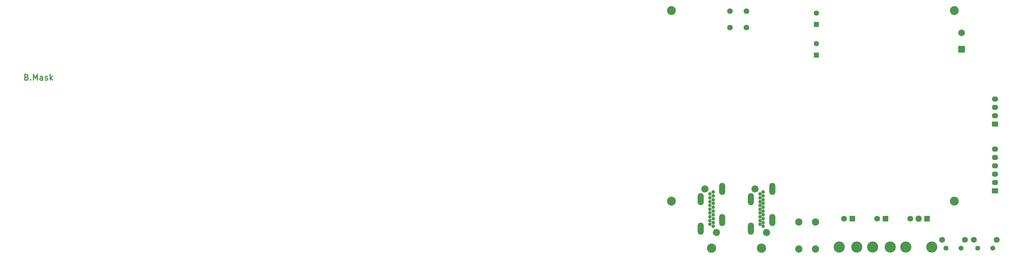
<source format=gbr>
%TF.GenerationSoftware,KiCad,Pcbnew,8.0.4-8.0.4-0~ubuntu22.04.1*%
%TF.CreationDate,2024-07-21T20:21:07-07:00*%
%TF.ProjectId,NX-J401-Adapter,4e582d4a-3430-4312-9d41-646170746572,1*%
%TF.SameCoordinates,Original*%
%TF.FileFunction,Soldermask,Bot*%
%TF.FilePolarity,Negative*%
%FSLAX46Y46*%
G04 Gerber Fmt 4.6, Leading zero omitted, Abs format (unit mm)*
G04 Created by KiCad (PCBNEW 8.0.4-8.0.4-0~ubuntu22.04.1) date 2024-07-21 20:21:07*
%MOMM*%
%LPD*%
G01*
G04 APERTURE LIST*
%ADD10C,0.300000*%
%ADD11C,1.129000*%
%ADD12C,2.700000*%
%ADD13R,1.600000X1.600000*%
%ADD14C,1.600000*%
%ADD15C,1.498600*%
%ADD16C,1.803400*%
%ADD17C,2.200000*%
%ADD18C,3.400000*%
%ADD19R,1.778000X1.778000*%
%ADD20C,1.905000*%
%ADD21C,1.778000*%
%ADD22R,2.000000X2.000000*%
%ADD23C,2.000000*%
%ADD24C,1.701800*%
%ADD25R,1.905000X1.600200*%
%ADD26O,1.905000X1.600200*%
%ADD27C,1.750000*%
%ADD28C,1.093000*%
%ADD29O,1.864000X3.664000*%
%ADD30C,2.829000*%
G04 APERTURE END LIST*
D10*
X33217368Y-104245474D02*
X33471368Y-104330141D01*
X33471368Y-104330141D02*
X33556034Y-104414807D01*
X33556034Y-104414807D02*
X33640701Y-104584141D01*
X33640701Y-104584141D02*
X33640701Y-104838141D01*
X33640701Y-104838141D02*
X33556034Y-105007474D01*
X33556034Y-105007474D02*
X33471368Y-105092141D01*
X33471368Y-105092141D02*
X33302034Y-105176807D01*
X33302034Y-105176807D02*
X32624701Y-105176807D01*
X32624701Y-105176807D02*
X32624701Y-103398807D01*
X32624701Y-103398807D02*
X33217368Y-103398807D01*
X33217368Y-103398807D02*
X33386701Y-103483474D01*
X33386701Y-103483474D02*
X33471368Y-103568141D01*
X33471368Y-103568141D02*
X33556034Y-103737474D01*
X33556034Y-103737474D02*
X33556034Y-103906807D01*
X33556034Y-103906807D02*
X33471368Y-104076141D01*
X33471368Y-104076141D02*
X33386701Y-104160807D01*
X33386701Y-104160807D02*
X33217368Y-104245474D01*
X33217368Y-104245474D02*
X32624701Y-104245474D01*
X34402701Y-105007474D02*
X34487368Y-105092141D01*
X34487368Y-105092141D02*
X34402701Y-105176807D01*
X34402701Y-105176807D02*
X34318034Y-105092141D01*
X34318034Y-105092141D02*
X34402701Y-105007474D01*
X34402701Y-105007474D02*
X34402701Y-105176807D01*
X35249368Y-105176807D02*
X35249368Y-103398807D01*
X35249368Y-103398807D02*
X35842035Y-104668807D01*
X35842035Y-104668807D02*
X36434701Y-103398807D01*
X36434701Y-103398807D02*
X36434701Y-105176807D01*
X38043368Y-105176807D02*
X38043368Y-104245474D01*
X38043368Y-104245474D02*
X37958701Y-104076141D01*
X37958701Y-104076141D02*
X37789368Y-103991474D01*
X37789368Y-103991474D02*
X37450701Y-103991474D01*
X37450701Y-103991474D02*
X37281368Y-104076141D01*
X38043368Y-105092141D02*
X37874035Y-105176807D01*
X37874035Y-105176807D02*
X37450701Y-105176807D01*
X37450701Y-105176807D02*
X37281368Y-105092141D01*
X37281368Y-105092141D02*
X37196701Y-104922807D01*
X37196701Y-104922807D02*
X37196701Y-104753474D01*
X37196701Y-104753474D02*
X37281368Y-104584141D01*
X37281368Y-104584141D02*
X37450701Y-104499474D01*
X37450701Y-104499474D02*
X37874035Y-104499474D01*
X37874035Y-104499474D02*
X38043368Y-104414807D01*
X38805368Y-105092141D02*
X38974702Y-105176807D01*
X38974702Y-105176807D02*
X39313368Y-105176807D01*
X39313368Y-105176807D02*
X39482702Y-105092141D01*
X39482702Y-105092141D02*
X39567368Y-104922807D01*
X39567368Y-104922807D02*
X39567368Y-104838141D01*
X39567368Y-104838141D02*
X39482702Y-104668807D01*
X39482702Y-104668807D02*
X39313368Y-104584141D01*
X39313368Y-104584141D02*
X39059368Y-104584141D01*
X39059368Y-104584141D02*
X38890035Y-104499474D01*
X38890035Y-104499474D02*
X38805368Y-104330141D01*
X38805368Y-104330141D02*
X38805368Y-104245474D01*
X38805368Y-104245474D02*
X38890035Y-104076141D01*
X38890035Y-104076141D02*
X39059368Y-103991474D01*
X39059368Y-103991474D02*
X39313368Y-103991474D01*
X39313368Y-103991474D02*
X39482702Y-104076141D01*
X40329368Y-105176807D02*
X40329368Y-103398807D01*
X40498701Y-104499474D02*
X41006701Y-105176807D01*
X41006701Y-103991474D02*
X40329368Y-104668807D01*
D11*
%TO.C,J3*%
X239761500Y-138286400D02*
G75*
G02*
X238632500Y-138286400I-564500J0D01*
G01*
X238632500Y-138286400D02*
G75*
G02*
X239761500Y-138286400I564500J0D01*
G01*
X243261500Y-151536400D02*
G75*
G02*
X242132500Y-151536400I-564500J0D01*
G01*
X242132500Y-151536400D02*
G75*
G02*
X243261500Y-151536400I564500J0D01*
G01*
%TO.C,J5*%
X254976100Y-138286400D02*
G75*
G02*
X253847100Y-138286400I-564500J0D01*
G01*
X253847100Y-138286400D02*
G75*
G02*
X254976100Y-138286400I564500J0D01*
G01*
X258476100Y-151536400D02*
G75*
G02*
X257347100Y-151536400I-564500J0D01*
G01*
X257347100Y-151536400D02*
G75*
G02*
X258476100Y-151536400I564500J0D01*
G01*
%TD*%
D12*
%TO.C,H1*%
X229000000Y-84000000D03*
%TD*%
D13*
%TO.C,C2*%
X273050000Y-97536000D03*
D14*
X273050000Y-94036000D03*
%TD*%
D15*
%TO.C,SW2*%
X322108000Y-156285700D03*
X326608001Y-156285700D03*
D16*
X320858001Y-153785824D03*
X327858000Y-153785824D03*
%TD*%
D13*
%TO.C,C1*%
X273050000Y-88266651D03*
D14*
X273050000Y-84766651D03*
%TD*%
D17*
%TO.C,J6*%
X267741400Y-148365600D03*
X267741400Y-156565600D03*
X272821400Y-148365600D03*
X272821400Y-156565600D03*
%TD*%
D18*
%TO.C,J9*%
X308105000Y-155960000D03*
X300225000Y-155960000D03*
D19*
X306705000Y-147320000D03*
D20*
X304165000Y-147320000D03*
D21*
X301625000Y-147320000D03*
%TD*%
D18*
%TO.C,J8*%
X295481200Y-155934600D03*
X290141200Y-155934600D03*
D19*
X294081200Y-147294600D03*
D21*
X291541200Y-147294600D03*
%TD*%
D15*
%TO.C,SW1*%
X312456000Y-156285700D03*
X316956001Y-156285700D03*
D16*
X311206001Y-153785824D03*
X318206000Y-153785824D03*
%TD*%
D12*
%TO.C,H2*%
X229000000Y-142000000D03*
%TD*%
D22*
%TO.C,C13*%
X317169800Y-95788877D03*
D23*
X317169800Y-90788877D03*
%TD*%
D24*
%TO.C,J4*%
X246786400Y-89150200D03*
X251786400Y-89150200D03*
X246786400Y-84150200D03*
X251786400Y-84150200D03*
%TD*%
D18*
%TO.C,J7*%
X285346600Y-155960000D03*
X280006600Y-155960000D03*
D19*
X283946600Y-147320000D03*
D21*
X281406600Y-147320000D03*
%TD*%
D25*
%TO.C,J11*%
X327304400Y-138836400D03*
D26*
X327304400Y-136296400D03*
X327304400Y-133756400D03*
X327304400Y-131216400D03*
X327304400Y-128676400D03*
X327304400Y-126136400D03*
%TD*%
D25*
%TO.C,J10*%
X327304400Y-118516400D03*
D26*
X327304400Y-115976400D03*
X327304400Y-113436400D03*
X327304400Y-110896400D03*
%TD*%
D12*
%TO.C,H3*%
X315000000Y-84000000D03*
%TD*%
D27*
%TO.C,J3*%
X239197000Y-138286400D03*
X242697000Y-151536400D03*
D28*
X241697000Y-149636400D03*
X240697000Y-149058900D03*
X241697000Y-148481400D03*
X240697000Y-147903900D03*
X241697000Y-147326400D03*
X240697000Y-146748900D03*
X241697000Y-146171400D03*
X240697000Y-145593900D03*
X241697000Y-145016400D03*
X240697000Y-144438900D03*
X241697000Y-143861400D03*
X240697000Y-143283900D03*
X241697000Y-142706400D03*
X240697000Y-142128900D03*
X241697000Y-141551400D03*
X240697000Y-140973900D03*
X241697000Y-140396400D03*
X240697000Y-139818900D03*
X241697000Y-139241400D03*
D29*
X237947000Y-141386400D03*
X237947000Y-150386400D03*
D30*
X241197000Y-156316400D03*
D29*
X244447000Y-138286400D03*
X244447000Y-147786400D03*
%TD*%
D27*
%TO.C,J5*%
X254411600Y-138286400D03*
X257911600Y-151536400D03*
D28*
X256911600Y-149636400D03*
X255911600Y-149058900D03*
X256911600Y-148481400D03*
X255911600Y-147903900D03*
X256911600Y-147326400D03*
X255911600Y-146748900D03*
X256911600Y-146171400D03*
X255911600Y-145593900D03*
X256911600Y-145016400D03*
X255911600Y-144438900D03*
X256911600Y-143861400D03*
X255911600Y-143283900D03*
X256911600Y-142706400D03*
X255911600Y-142128900D03*
X256911600Y-141551400D03*
X255911600Y-140973900D03*
X256911600Y-140396400D03*
X255911600Y-139818900D03*
X256911600Y-139241400D03*
D29*
X253161600Y-141386400D03*
X253161600Y-150386400D03*
D30*
X256411600Y-156316400D03*
D29*
X259661600Y-138286400D03*
X259661600Y-147786400D03*
%TD*%
D12*
%TO.C,H4*%
X315000000Y-142000000D03*
%TD*%
M02*

</source>
